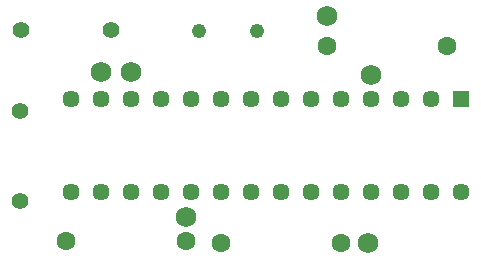
<source format=gbr>
G04*
G04 #@! TF.GenerationSoftware,Altium Limited,Altium Designer,22.4.2 (48)*
G04*
G04 Layer_Color=8388736*
%FSLAX44Y44*%
%MOMM*%
G71*
G04*
G04 #@! TF.SameCoordinates,BDD24D00-A3F0-4FE7-AA0F-EC7639B0A0CE*
G04*
G04*
G04 #@! TF.FilePolarity,Negative*
G04*
G01*
G75*
%ADD13C,1.6032*%
%ADD14C,1.7272*%
%ADD15C,1.2332*%
%ADD16C,1.4032*%
%ADD17C,1.4532*%
%ADD18R,1.4532X1.4532*%
D13*
X400050Y227330D02*
D03*
X298450D02*
D03*
X208280Y60960D02*
D03*
X309880D02*
D03*
X77470Y62230D02*
D03*
X179070D02*
D03*
D14*
Y82550D02*
D03*
X335280Y203200D02*
D03*
X332740Y60960D02*
D03*
X132080Y205740D02*
D03*
X106680D02*
D03*
X298450Y252730D02*
D03*
D15*
X239030Y240030D02*
D03*
X190230D02*
D03*
D16*
X115570Y241300D02*
D03*
X39370D02*
D03*
X38100Y172720D02*
D03*
Y96520D02*
D03*
D17*
X411480Y104140D02*
D03*
X386080D02*
D03*
X360680D02*
D03*
X335280D02*
D03*
X309880D02*
D03*
X284480D02*
D03*
X259080D02*
D03*
X233680D02*
D03*
X208280D02*
D03*
X182880D02*
D03*
X157480D02*
D03*
X132080D02*
D03*
X106680D02*
D03*
X81280D02*
D03*
Y182880D02*
D03*
X106680D02*
D03*
X132080D02*
D03*
X157480D02*
D03*
X182880D02*
D03*
X208280D02*
D03*
X233680D02*
D03*
X259080D02*
D03*
X284480D02*
D03*
X309880D02*
D03*
X335280D02*
D03*
X360680D02*
D03*
X386080D02*
D03*
D18*
X411480D02*
D03*
M02*

</source>
